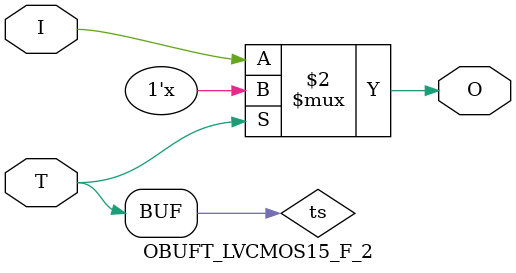
<source format=v>

/*

FUNCTION	: TRI-STATE OUTPUT BUFFER

*/

`celldefine
`timescale  100 ps / 10 ps

module OBUFT_LVCMOS15_F_2 (O, I, T);

    output O;

    input  I, T;

    or O1 (ts, 1'b0, T);
    bufif0 T1 (O, I, ts);

endmodule

</source>
